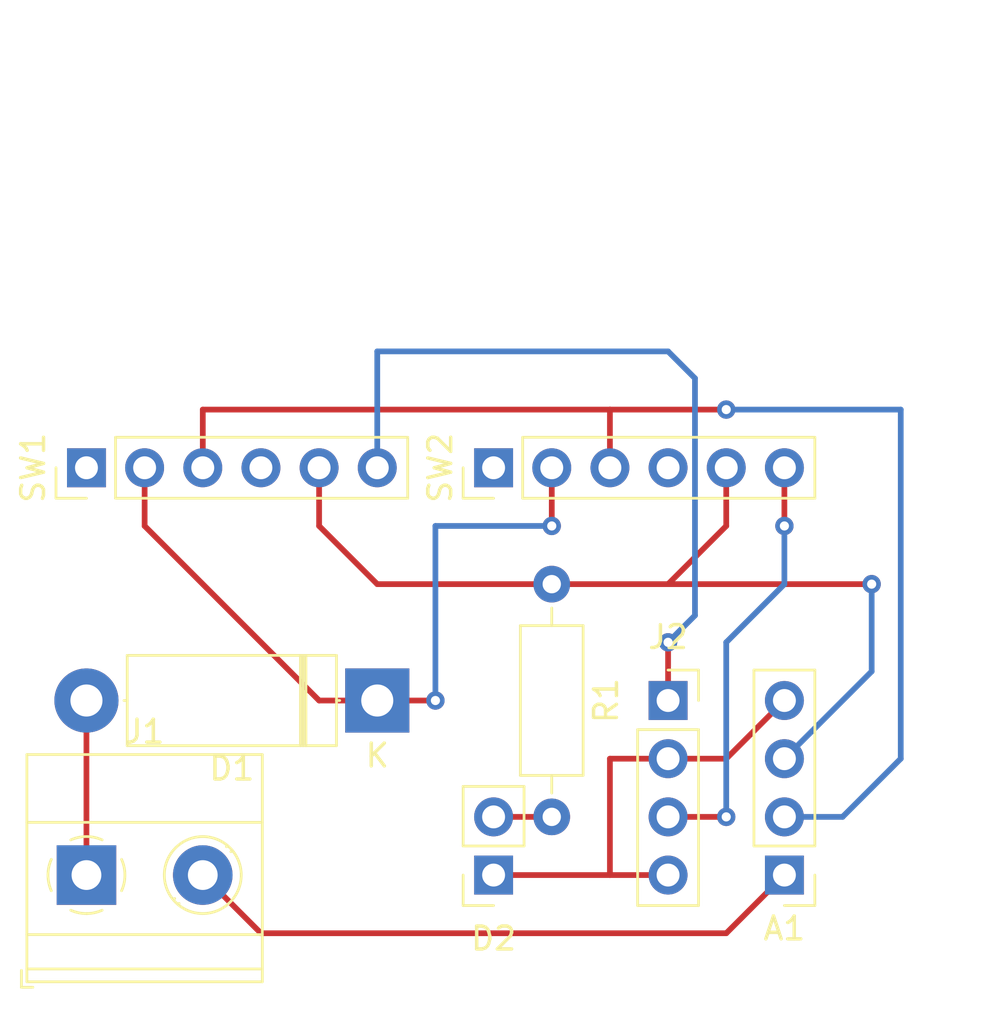
<source format=kicad_pcb>
(kicad_pcb (version 20211014) (generator pcbnew)
  (layers (0 "F.Cu" signal) (31 "B.Cu" signal) (34 "B.Paste" user) (35 "F.Paste" user) (36 "B.SilkS" user "B.Silkscreen") (37 "F.SilkS" user "F.Silkscreen") (38 "B.Mask" user) (39 "F.Mask" user) (44 "Edge.Cuts" user))
  (net 0 "")
  (net 1 "Net-(A1-Pad1)")
  (net 2 "Net-(SW1-Pad3)")
  (net 3 "Net-(D1-Pad1)")
  (net 4 "Net-(D1-Pad2)")
  (net 5 "Net-(J2-Pad1)")
  (net 6 "Net-(J2-Pad3)")
  (net 9 "Net-(SW1-Pad5)")
  (net 12 "Net-(A1-Pad4)")
  (net 13 "Net-(D2-Pad2)")
  (footprint "Connector_PinSocket_2.54mm:PinSocket_1x04_P2.54mm_Vertical" (layer "F.Cu") (at 114.3 78.74)
    (fp_text reference "J2" (at 0 -2.77) (layer "F.SilkS"))
    (fp_text value "Conn_5V_out")
    (fp_line (start -1.33 8.95) (end 1.33 8.95) (layer "F.SilkS") (width 0.12))
    (fp_line (start 1.33 -1.33) (end 1.33 0) (layer "F.SilkS") (width 0.12))
    (fp_line (start 1.33 1.27) (end 1.33 8.95) (layer "F.SilkS") (width 0.12))
    (fp_line (start -1.33 1.27) (end 1.33 1.27) (layer "F.SilkS") (width 0.12))
    (fp_line (start -1.33 1.27) (end -1.33 8.95) (layer "F.SilkS") (width 0.12))
    (fp_line (start 0 -1.33) (end 1.33 -1.33) (layer "F.SilkS") (width 0.12))
    (pad "1" thru_hole rect (at 0 0) (size 1.7 1.7) (drill 1) (layers *.Cu *.Mask) (net 5 "Net-(J2-Pad1)"))
    (pad "2" thru_hole oval (at 0 2.54) (size 1.7 1.7) (drill 1) (layers *.Cu *.Mask) (net 12 "Net-(A1-Pad4)"))
    (pad "3" thru_hole oval (at 0 5.08) (size 1.7 1.7) (drill 1) (layers *.Cu *.Mask) (net 6 "Net-(J2-Pad3)"))
    (pad "4" thru_hole oval (at 0 7.62) (size 1.7 1.7) (drill 1) (layers *.Cu *.Mask) (net 12 "Net-(A1-Pad4)"))
  )
  (footprint "TerminalBlock_Phoenix:TerminalBlock_Phoenix_MKDS-1,5-2-5.08_1x02_P5.08mm_Horizontal" (layer "F.Cu") (at 88.9 86.36)
    (fp_text reference "J1" (at 2.54 -6.26) (layer "F.SilkS"))
    (fp_text value "power_input_60V")
    (fp_line (start -2.6 -5.261) (end -2.6 4.66) (layer "F.SilkS") (width 0.12))
    (fp_line (start 7.68 -5.261) (end 7.68 4.66) (layer "F.SilkS") (width 0.12))
    (fp_line (start -2.84 4.16) (end -2.84 4.9) (layer "F.SilkS") (width 0.12))
    (fp_line (start 4.046 1.239) (end 4.011 1.274) (layer "F.SilkS") (width 0.12))
    (fp_line (start 6.355 -1.069) (end 6.308 -1.023) (layer "F.SilkS") (width 0.12))
    (fp_line (start -2.6 4.1) (end 7.68 4.1) (layer "F.SilkS") (width 0.12))
    (fp_line (start -2.6 -2.301) (end 7.68 -2.301) (layer "F.SilkS") (width 0.12))
    (fp_line (start -2.84 4.9) (end -2.34 4.9) (layer "F.SilkS") (width 0.12))
    (fp_line (start -2.6 4.66) (end 7.68 4.66) (layer "F.SilkS") (width 0.12))
    (fp_line (start -2.6 2.6) (end 7.68 2.6) (layer "F.SilkS") (width 0.12))
    (fp_line (start 3.853 1.023) (end 3.806 1.069) (layer "F.SilkS") (width 0.12))
    (fp_line (start -2.6 -5.261) (end 7.68 -5.261) (layer "F.SilkS") (width 0.12))
    (fp_line (start 6.15 -1.275) (end 6.115 -1.239) (layer "F.SilkS") (width 0.12))
    (fp_arc (start 0.683318 1.534756) (mid 0.349292 1.643288) (end 0 1.68) (layer "F.SilkS") (width 0.12))
    (fp_arc (start 1.535427 -0.683042) (mid 1.680501 0.000524) (end 1.535 0.684) (layer "F.SilkS") (width 0.12))
    (fp_arc (start 0.028805 1.680253) (mid -0.335551 1.646659) (end -0.684 1.535) (layer "F.SilkS") (width 0.12))
    (fp_arc (start -0.683042 -1.535427) (mid 0.000524 -1.680501) (end 0.684 -1.535) (layer "F.SilkS") (width 0.12))
    (fp_arc (start -1.535427 0.683042) (mid -1.680501 -0.000524) (end -1.535 -0.684) (layer "F.SilkS") (width 0.12))
    (fp_circle (center 5.08 0) (end 6.76 0) (layer "F.SilkS") (width 0.12) (fill none))
    (pad "1" thru_hole rect (at 0 0) (size 2.6 2.6) (drill 1.3) (layers *.Cu *.Mask) (net 4 "Net-(D1-Pad2)"))
    (pad "2" thru_hole circle (at 5.08 0) (size 2.6 2.6) (drill 1.3) (layers *.Cu *.Mask) (net 1 "Net-(A1-Pad1)"))
  )
  (footprint "Connector_PinHeader_2.54mm:PinHeader_1x04_P2.54mm_Vertical" (layer "F.Cu") (at 119.38 86.36 180)
    (fp_text reference "A1" (at 0 -2.33) (layer "F.SilkS"))
    (fp_text value "OZO_DCDC_converter_5V")
    (fp_line (start 1.33 1.27) (end 1.33 8.95) (layer "F.SilkS") (width 0.12))
    (fp_line (start -1.33 1.27) (end -1.33 8.95) (layer "F.SilkS") (width 0.12))
    (fp_line (start -1.33 -1.33) (end 0 -1.33) (layer "F.SilkS") (width 0.12))
    (fp_line (start -1.33 0) (end -1.33 -1.33) (layer "F.SilkS") (width 0.12))
    (fp_line (start -1.33 8.95) (end 1.33 8.95) (layer "F.SilkS") (width 0.12))
    (fp_line (start -1.33 1.27) (end 1.33 1.27) (layer "F.SilkS") (width 0.12))
    (pad "1" thru_hole rect (at 0 0 180) (size 1.7 1.7) (drill 1) (layers *.Cu *.Mask) (net 1 "Net-(A1-Pad1)"))
    (pad "2" thru_hole oval (at 0 2.54 180) (size 1.7 1.7) (drill 1) (layers *.Cu *.Mask) (net 2 "Net-(SW1-Pad3)"))
    (pad "3" thru_hole oval (at 0 5.08 180) (size 1.7 1.7) (drill 1) (layers *.Cu *.Mask) (net 9 "Net-(SW1-Pad5)"))
    (pad "4" thru_hole oval (at 0 7.62 180) (size 1.7 1.7) (drill 1) (layers *.Cu *.Mask) (net 12 "Net-(A1-Pad4)"))
  )
  (footprint "Connector_PinHeader_2.54mm:PinHeader_1x06_P2.54mm_Vertical" (layer "F.Cu") (at 106.68 68.58 90)
    (fp_text reference "SW2" (at 0 -2.33 90) (layer "F.SilkS"))
    (fp_text value "SW_DPDT_Aux")
    (fp_line (start 1.33 1.27) (end 1.33 14.03) (layer "F.SilkS") (width 0.12))
    (fp_line (start -1.33 1.27) (end 1.33 1.27) (layer "F.SilkS") (width 0.12))
    (fp_line (start -1.33 1.27) (end -1.33 14.03) (layer "F.SilkS") (width 0.12))
    (fp_line (start -1.33 0) (end -1.33 -1.33) (layer "F.SilkS") (width 0.12))
    (fp_line (start -1.33 -1.33) (end 0 -1.33) (layer "F.SilkS") (width 0.12))
    (fp_line (start -1.33 14.03) (end 1.33 14.03) (layer "F.SilkS") (width 0.12))
    (pad "1" thru_hole rect (at 0 0 90) (size 1.7 1.7) (drill 1) (layers *.Cu *.Mask))
    (pad "2" thru_hole oval (at 0 2.54 90) (size 1.7 1.7) (drill 1) (layers *.Cu *.Mask) (net 3 "Net-(D1-Pad1)"))
    (pad "3" thru_hole oval (at 0 5.08 90) (size 1.7 1.7) (drill 1) (layers *.Cu *.Mask) (net 2 "Net-(SW1-Pad3)"))
    (pad "4" thru_hole oval (at 0 7.62 90) (size 1.7 1.7) (drill 1) (layers *.Cu *.Mask))
    (pad "5" thru_hole oval (at 0 10.16 90) (size 1.7 1.7) (drill 1) (layers *.Cu *.Mask) (net 9 "Net-(SW1-Pad5)"))
    (pad "6" thru_hole oval (at 0 12.7 90) (size 1.7 1.7) (drill 1) (layers *.Cu *.Mask) (net 6 "Net-(J2-Pad3)"))
  )
  (footprint "Connector_PinSocket_2.54mm:PinSocket_1x02_P2.54mm_Vertical" (layer "F.Cu") (at 106.68 86.36 180)
    (fp_text reference "D2" (at 0 -2.77) (layer "F.SilkS"))
    (fp_text value "LED")
    (fp_line (start 1.33 -1.33) (end 1.33 0) (layer "F.SilkS") (width 0.12))
    (fp_line (start 0 -1.33) (end 1.33 -1.33) (layer "F.SilkS") (width 0.12))
    (fp_line (start -1.33 3.87) (end 1.33 3.87) (layer "F.SilkS") (width 0.12))
    (fp_line (start 1.33 1.27) (end 1.33 3.87) (layer "F.SilkS") (width 0.12))
    (fp_line (start -1.33 1.27) (end 1.33 1.27) (layer "F.SilkS") (width 0.12))
    (fp_line (start -1.33 1.27) (end -1.33 3.87) (layer "F.SilkS") (width 0.12))
    (pad "1" thru_hole rect (at 0 0 180) (size 1.7 1.7) (drill 1) (layers *.Cu *.Mask) (net 12 "Net-(A1-Pad4)"))
    (pad "2" thru_hole oval (at 0 2.54 180) (size 1.7 1.7) (drill 1) (layers *.Cu *.Mask) (net 13 "Net-(D2-Pad2)"))
  )
  (footprint "Resistor_THT:R_Axial_DIN0207_L6.3mm_D2.5mm_P10.16mm_Horizontal" (layer "F.Cu") (at 109.22 73.66 -90)
    (fp_text reference "R1" (at 5.08 -2.37 90) (layer "F.SilkS"))
    (fp_text value "180")
    (fp_line (start 1.81 -1.37) (end 1.81 1.37) (layer "F.SilkS") (width 0.12))
    (fp_line (start 1.04 0) (end 1.81 0) (layer "F.SilkS") (width 0.12))
    (fp_line (start 9.12 0) (end 8.35 0) (layer "F.SilkS") (width 0.12))
    (fp_line (start 1.81 1.37) (end 8.35 1.37) (layer "F.SilkS") (width 0.12))
    (fp_line (start 8.35 -1.37) (end 1.81 -1.37) (layer "F.SilkS") (width 0.12))
    (fp_line (start 8.35 1.37) (end 8.35 -1.37) (layer "F.SilkS") (width 0.12))
    (pad "1" thru_hole circle (at 0 0 270) (size 1.6 1.6) (drill 0.8) (layers *.Cu *.Mask) (net 9 "Net-(SW1-Pad5)"))
    (pad "2" thru_hole oval (at 10.16 0 270) (size 1.6 1.6) (drill 0.8) (layers *.Cu *.Mask) (net 13 "Net-(D2-Pad2)"))
  )
  (footprint "Connector_PinHeader_2.54mm:PinHeader_1x06_P2.54mm_Vertical" (layer "F.Cu") (at 88.9 68.58 90)
    (fp_text reference "SW1" (at 0 -2.33 90) (layer "F.SilkS"))
    (fp_text value "SW_DPDT_USB")
    (fp_line (start -1.33 14.03) (end 1.33 14.03) (layer "F.SilkS") (width 0.12))
    (fp_line (start -1.33 0) (end -1.33 -1.33) (layer "F.SilkS") (width 0.12))
    (fp_line (start -1.33 1.27) (end -1.33 14.03) (layer "F.SilkS") (width 0.12))
    (fp_line (start 1.33 1.27) (end 1.33 14.03) (layer "F.SilkS") (width 0.12))
    (fp_line (start -1.33 -1.33) (end 0 -1.33) (layer "F.SilkS") (width 0.12))
    (fp_line (start -1.33 1.27) (end 1.33 1.27) (layer "F.SilkS") (width 0.12))
    (pad "1" thru_hole rect (at 0 0 90) (size 1.7 1.7) (drill 1) (layers *.Cu *.Mask))
    (pad "2" thru_hole oval (at 0 2.54 90) (size 1.7 1.7) (drill 1) (layers *.Cu *.Mask) (net 3 "Net-(D1-Pad1)"))
    (pad "3" thru_hole oval (at 0 5.08 90) (size 1.7 1.7) (drill 1) (layers *.Cu *.Mask) (net 2 "Net-(SW1-Pad3)"))
    (pad "4" thru_hole oval (at 0 7.62 90) (size 1.7 1.7) (drill 1) (layers *.Cu *.Mask))
    (pad "5" thru_hole oval (at 0 10.16 90) (size 1.7 1.7) (drill 1) (layers *.Cu *.Mask) (net 9 "Net-(SW1-Pad5)"))
    (pad "6" thru_hole oval (at 0 12.7 90) (size 1.7 1.7) (drill 1) (layers *.Cu *.Mask) (net 5 "Net-(J2-Pad1)"))
  )
  (footprint "Diode_THT:D_5W_P12.70mm_Horizontal" (layer "F.Cu") (at 101.6 78.74 180)
    (fp_text reference "D1" (at 6.35 -2.97) (layer "F.SilkS"))
    (fp_text value "D")
    (fp_text user "K" (at 0 -2.4) (layer "F.SilkS"))
    (fp_line (start 1.64 0) (end 1.78 0) (layer "F.SilkS") (width 0.12))
    (fp_line (start 3.115 -1.97) (end 3.115 1.97) (layer "F.SilkS") (width 0.12))
    (fp_line (start 3.235 -1.97) (end 3.235 1.97) (layer "F.SilkS") (width 0.12))
    (fp_line (start 1.78 1.97) (end 10.92 1.97) (layer "F.SilkS") (width 0.12))
    (fp_line (start 3.355 -1.97) (end 3.355 1.97) (layer "F.SilkS") (width 0.12))
    (fp_line (start 1.78 -1.97) (end 1.78 1.97) (layer "F.SilkS") (width 0.12))
    (fp_line (start 10.92 1.97) (end 10.92 -1.97) (layer "F.SilkS") (width 0.12))
    (fp_line (start 11.06 0) (end 10.92 0) (layer "F.SilkS") (width 0.12))
    (fp_line (start 10.92 -1.97) (end 1.78 -1.97) (layer "F.SilkS") (width 0.12))
    (pad "1" thru_hole rect (at 0 0 180) (size 2.8 2.8) (drill 1.4) (layers *.Cu *.Mask) (net 3 "Net-(D1-Pad1)"))
    (pad "2" thru_hole oval (at 12.7 0 180) (size 2.8 2.8) (drill 1.4) (layers *.Cu *.Mask) (net 4 "Net-(D1-Pad2)"))
  )
  (segment (start 93.98 86.36) (end 96.52 88.9) (width 0.25) (layer "F.Cu") (net 1))
  (segment (start 96.52 88.9) (end 116.84 88.9) (width 0.25) (layer "F.Cu") (net 1))
  (segment (start 116.84 88.9) (end 119.38 86.36) (width 0.25) (layer "F.Cu") (net 1))
  (segment (start 93.98 68.58) (end 93.98 66.04) (width 0.25) (layer "F.Cu") (net 2))
  (segment (start 93.98 66.04) (end 111.76 66.04) (width 0.25) (layer "F.Cu") (net 2))
  (segment (start 111.76 66.04) (end 111.76 68.58) (width 0.25) (layer "F.Cu") (net 2))
  (segment (start 116.84 66.04) (end 111.76 66.04) (width 0.25) (layer "F.Cu") (net 2))
  (via (at 116.84 66.04) (size 0.8) (drill 0.4) (layers "F.Cu" "B.Cu") (net 2))
  (segment (start 121.92 83.82) (end 124.46 81.28) (width 0.25) (layer "B.Cu") (net 2))
  (segment (start 124.46 66.04) (end 116.84 66.04) (width 0.25) (layer "B.Cu") (net 2))
  (segment (start 119.38 83.82) (end 121.92 83.82) (width 0.25) (layer "B.Cu") (net 2))
  (segment (start 124.46 81.28) (end 124.46 66.04) (width 0.25) (layer "B.Cu") (net 2))
  (segment (start 104.14 78.74) (end 101.6 78.74) (width 0.25) (layer "F.Cu") (net 3))
  (segment (start 109.22 68.58) (end 109.22 71.12) (width 0.25) (layer "F.Cu") (net 3))
  (segment (start 99.06 78.74) (end 91.44 71.12) (width 0.25) (layer "F.Cu") (net 3))
  (segment (start 101.6 78.74) (end 99.06 78.74) (width 0.25) (layer "F.Cu") (net 3))
  (segment (start 91.44 71.12) (end 91.44 68.58) (width 0.25) (layer "F.Cu") (net 3))
  (via (at 104.14 78.74) (size 0.8) (drill 0.4) (layers "F.Cu" "B.Cu") (net 3))
  (via (at 109.22 71.12) (size 0.8) (drill 0.4) (layers "F.Cu" "B.Cu") (net 3))
  (segment (start 104.14 71.12) (end 104.14 78.74) (width 0.25) (layer "B.Cu") (net 3))
  (segment (start 109.22 71.12) (end 104.14 71.12) (width 0.25) (layer "B.Cu") (net 3))
  (segment (start 88.9 86.36) (end 88.9 78.74) (width 0.25) (layer "F.Cu") (net 4))
  (segment (start 114.3 78.74) (end 114.3 76.2) (width 0.25) (layer "F.Cu") (net 5))
  (via (at 114.3 76.2) (size 0.8) (drill 0.4) (layers "F.Cu" "B.Cu") (net 5))
  (segment (start 115.474511 75.025489) (end 115.474511 64.674511) (width 0.25) (layer "B.Cu") (net 5))
  (segment (start 115.474511 64.674511) (end 114.3 63.5) (width 0.25) (layer "B.Cu") (net 5))
  (segment (start 114.3 63.5) (end 101.6 63.5) (width 0.25) (layer "B.Cu") (net 5))
  (segment (start 101.6 63.5) (end 101.6 68.58) (width 0.25) (layer "B.Cu") (net 5))
  (segment (start 114.3 76.2) (end 115.474511 75.025489) (width 0.25) (layer "B.Cu") (net 5))
  (segment (start 114.3 83.82) (end 116.84 83.82) (width 0.25) (layer "F.Cu") (net 6))
  (segment (start 119.38 71.12) (end 119.38 68.58) (width 0.25) (layer "F.Cu") (net 6))
  (via (at 116.84 83.82) (size 0.8) (drill 0.4) (layers "F.Cu" "B.Cu") (net 6))
  (via (at 119.38 71.12) (size 0.8) (drill 0.4) (layers "F.Cu" "B.Cu") (net 6))
  (segment (start 116.84 83.82) (end 116.84 76.2) (width 0.25) (layer "B.Cu") (net 6))
  (segment (start 119.38 73.66) (end 119.38 71.12) (width 0.25) (layer "B.Cu") (net 6))
  (segment (start 116.84 76.2) (end 119.38 73.66) (width 0.25) (layer "B.Cu") (net 6))
  (segment (start 114.3 73.66) (end 123.19 73.66) (width 0.25) (layer "F.Cu") (net 9))
  (segment (start 109.22 73.66) (end 101.6 73.66) (width 0.25) (layer "F.Cu") (net 9))
  (segment (start 101.6 73.66) (end 99.06 71.12) (width 0.25) (layer "F.Cu") (net 9))
  (segment (start 114.3 73.66) (end 116.84 71.12) (width 0.25) (layer "F.Cu") (net 9))
  (segment (start 99.06 71.12) (end 99.06 68.58) (width 0.25) (layer "F.Cu") (net 9))
  (segment (start 116.84 71.12) (end 116.84 68.58) (width 0.25) (layer "F.Cu") (net 9))
  (segment (start 109.22 73.66) (end 114.3 73.66) (width 0.25) (layer "F.Cu") (net 9))
  (via (at 123.19 73.66) (size 0.8) (drill 0.4) (layers "F.Cu" "B.Cu") (net 9))
  (segment (start 119.38 81.28) (end 123.19 77.47) (width 0.25) (layer "B.Cu") (net 9))
  (segment (start 123.19 77.47) (end 123.19 73.66) (width 0.25) (layer "B.Cu") (net 9))
  (segment (start 111.76 86.36) (end 114.3 86.36) (width 0.25) (layer "F.Cu") (net 12))
  (segment (start 106.68 86.36) (end 111.76 86.36) (width 0.25) (layer "F.Cu") (net 12))
  (segment (start 111.76 86.36) (end 111.76 81.28) (width 0.25) (layer "F.Cu") (net 12))
  (segment (start 111.76 81.28) (end 114.3 81.28) (width 0.25) (layer "F.Cu") (net 12))
  (segment (start 114.3 81.28) (end 116.84 81.28) (width 0.25) (layer "F.Cu") (net 12))
  (segment (start 116.84 81.28) (end 119.38 78.74) (width 0.25) (layer "F.Cu") (net 12))
  (segment (start 106.68 83.82) (end 109.22 83.82) (width 0.25) (layer "F.Cu") (net 13))
)
</source>
